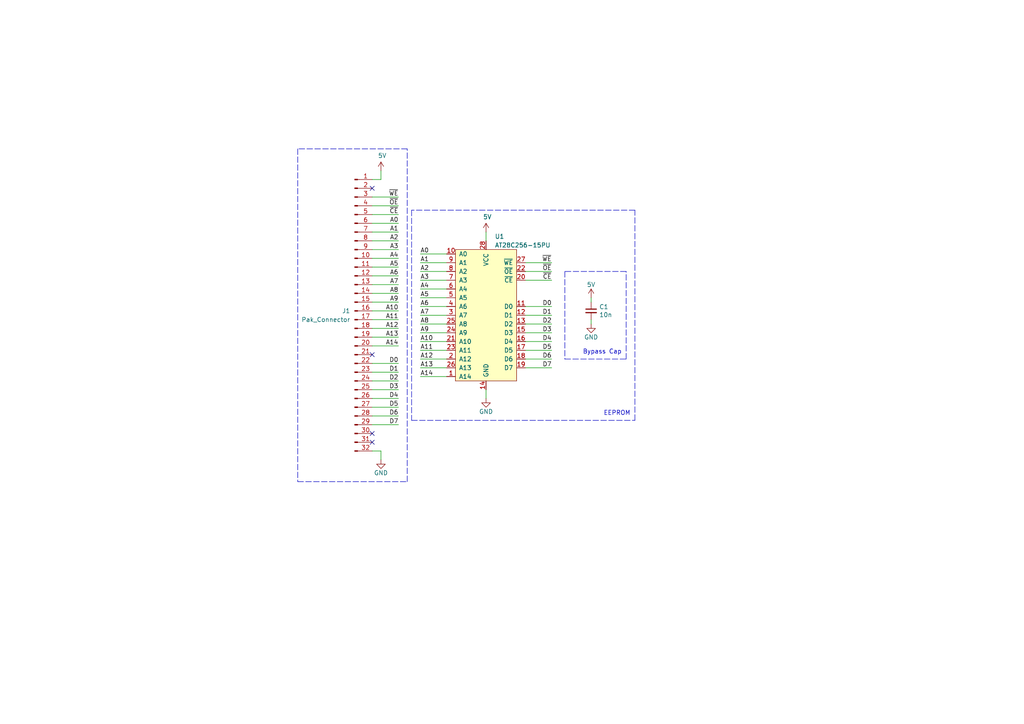
<source format=kicad_sch>
(kicad_sch (version 20211123) (generator eeschema)
  (paper "A4")
  (title_block (title "Gameboy Cartridge") (rev "1.0") (company "Henry Franks"))
  (lib_symbols
    (symbol "GB:5V" (power) (pin_names (offset 0))
      (property "Value" "5V" (at 0 3.556 0))
      (symbol "5V_0_1"
        (polyline (pts (xy -0.762 1.27) (xy 0 2.54)))
        (polyline (pts (xy 0 0) (xy 0 2.54)))
        (polyline (pts (xy 0 2.54) (xy 0.762 1.27)))
      )
      (symbol "5V_1_1"
        (pin power_in line (at 0 0 90) (length 0) hide (name "5V") (number "1"))
      )
    )
    (symbol "GB:AT28C256-15PU" (pin_names (offset 1.016))
      (property "Reference" "U" (at 2.54 22.86 0))
      (property "Value" "AT28C256-15PU" (at 2.54 20.32 0))
      (symbol "AT28C256-15PU_0_1"
        (rectangle (start -8.89 19.05) (end 8.89 -19.05) (fill (type background)))
      )
      (symbol "AT28C256-15PU_1_1"
        (pin input line (at -11.43 -17.78 0) (length 2.54) (name "A14") (number "1"))
        (pin input line (at -11.43 17.78 0) (length 2.54) (name "A0") (number "10"))
        (pin tri_state line (at 11.43 2.54 180) (length 2.54) (name "D0") (number "11"))
        (pin tri_state line (at 11.43 0 180) (length 2.54) (name "D1") (number "12"))
        (pin tri_state line (at 11.43 -2.54 180) (length 2.54) (name "D2") (number "13"))
        (pin power_in line (at 0 -21.59 90) (length 2.54) (name "GND") (number "14"))
        (pin tri_state line (at 11.43 -5.08 180) (length 2.54) (name "D3") (number "15"))
        (pin tri_state line (at 11.43 -7.62 180) (length 2.54) (name "D4") (number "16"))
        (pin tri_state line (at 11.43 -10.16 180) (length 2.54) (name "D5") (number "17"))
        (pin tri_state line (at 11.43 -12.7 180) (length 2.54) (name "D6") (number "18"))
        (pin tri_state line (at 11.43 -15.24 180) (length 2.54) (name "D7") (number "19"))
        (pin input line (at -11.43 -12.7 0) (length 2.54) (name "A12") (number "2"))
        (pin input line (at 11.43 10.16 180) (length 2.54) (name "~{CE}") (number "20"))
        (pin input line (at -11.43 -7.62 0) (length 2.54) (name "A10") (number "21"))
        (pin input line (at 11.43 12.7 180) (length 2.54) (name "~{OE}") (number "22"))
        (pin input line (at -11.43 -10.16 0) (length 2.54) (name "A11") (number "23"))
        (pin input line (at -11.43 -5.08 0) (length 2.54) (name "A9") (number "24"))
        (pin input line (at -11.43 -2.54 0) (length 2.54) (name "A8") (number "25"))
        (pin input line (at -11.43 -15.24 0) (length 2.54) (name "A13") (number "26"))
        (pin input line (at 11.43 15.24 180) (length 2.54) (name "~{WE}") (number "27"))
        (pin power_in line (at 0 21.59 270) (length 2.54) (name "VCC") (number "28"))
        (pin input line (at -11.43 0 0) (length 2.54) (name "A7") (number "3"))
        (pin input line (at -11.43 2.54 0) (length 2.54) (name "A6") (number "4"))
        (pin input line (at -11.43 5.08 0) (length 2.54) (name "A5") (number "5"))
        (pin input line (at -11.43 7.62 0) (length 2.54) (name "A4") (number "6"))
        (pin input line (at -11.43 10.16 0) (length 2.54) (name "A3") (number "7"))
        (pin input line (at -11.43 12.7 0) (length 2.54) (name "A2") (number "8"))
        (pin input line (at -11.43 15.24 0) (length 2.54) (name "A1") (number "9"))
      )
    )
    (symbol "GB:C" (pin_numbers hide) (pin_names (offset 0.254) hide)
      (property "Reference" "C" (at 0.254 1.778 0))
      (property "Value" "C" (at 0.254 -2.032 0))
      (symbol "C_0_1"
        (polyline (pts (xy -1.524 -0.508) (xy 1.524 -0.508)) (stroke (width 0.3302)))
        (polyline (pts (xy -1.524 0.508) (xy 1.524 0.508)) (stroke (width 0.3048)))
      )
      (symbol "C_1_1"
        (pin passive line (at 0 2.54 270) (length 2.032) (name "~") (number "1"))
        (pin passive line (at 0 -2.54 90) (length 2.032) (name "~") (number "2"))
      )
    )
    (symbol "GB:GND" (power) (pin_names (offset 0))
      (property "Value" "GND" (at 0 -3.81 0))
      (symbol "GND_0_1"
        (polyline (pts (xy 0 0) (xy 0 -1.27) (xy 1.27 -1.27) (xy 0 -2.54) (xy -1.27 -1.27) (xy 0 -1.27)))
      )
      (symbol "GND_1_1"
        (pin power_in line (at 0 0 270) (length 0) hide (name "GND") (number "1"))
      )
    )
    (symbol "GB:Pak_Connector" (pin_names (offset 1.016) hide)
      (property "Reference" "J" (at 0 40.64 0))
      (property "Value" "Pak_Connector" (at 0 -43.18 0))
      (symbol "Pak_Connector_1_1"
        (polyline (pts (xy 1.27 -40.64) (xy 0.8636 -40.64)) (stroke (width 0.1524)))
        (polyline (pts (xy 1.27 -38.1) (xy 0.8636 -38.1)) (stroke (width 0.1524)))
        (polyline (pts (xy 1.27 -35.56) (xy 0.8636 -35.56)) (stroke (width 0.1524)))
        (polyline (pts (xy 1.27 -33.02) (xy 0.8636 -33.02)) (stroke (width 0.1524)))
        (polyline (pts (xy 1.27 -30.48) (xy 0.8636 -30.48)) (stroke (width 0.1524)))
        (polyline (pts (xy 1.27 -27.94) (xy 0.8636 -27.94)) (stroke (width 0.1524)))
        (polyline (pts (xy 1.27 -25.4) (xy 0.8636 -25.4)) (stroke (width 0.1524)))
        (polyline (pts (xy 1.27 -22.86) (xy 0.8636 -22.86)) (stroke (width 0.1524)))
        (polyline (pts (xy 1.27 -20.32) (xy 0.8636 -20.32)) (stroke (width 0.1524)))
        (polyline (pts (xy 1.27 -17.78) (xy 0.8636 -17.78)) (stroke (width 0.1524)))
        (polyline (pts (xy 1.27 -15.24) (xy 0.8636 -15.24)) (stroke (width 0.1524)))
        (polyline (pts (xy 1.27 -12.7) (xy 0.8636 -12.7)) (stroke (width 0.1524)))
        (polyline (pts (xy 1.27 -10.16) (xy 0.8636 -10.16)) (stroke (width 0.1524)))
        (polyline (pts (xy 1.27 -7.62) (xy 0.8636 -7.62)) (stroke (width 0.1524)))
        (polyline (pts (xy 1.27 -5.08) (xy 0.8636 -5.08)) (stroke (width 0.1524)))
        (polyline (pts (xy 1.27 -2.54) (xy 0.8636 -2.54)) (stroke (width 0.1524)))
        (polyline (pts (xy 1.27 0) (xy 0.8636 0)) (stroke (width 0.1524)))
        (polyline (pts (xy 1.27 2.54) (xy 0.8636 2.54)) (stroke (width 0.1524)))
        (polyline (pts (xy 1.27 5.08) (xy 0.8636 5.08)) (stroke (width 0.1524)))
        (polyline (pts (xy 1.27 7.62) (xy 0.8636 7.62)) (stroke (width 0.1524)))
        (polyline (pts (xy 1.27 10.16) (xy 0.8636 10.16)) (stroke (width 0.1524)))
        (polyline (pts (xy 1.27 12.7) (xy 0.8636 12.7)) (stroke (width 0.1524)))
        (polyline (pts (xy 1.27 15.24) (xy 0.8636 15.24)) (stroke (width 0.1524)))
        (polyline (pts (xy 1.27 17.78) (xy 0.8636 17.78)) (stroke (width 0.1524)))
        (polyline (pts (xy 1.27 20.32) (xy 0.8636 20.32)) (stroke (width 0.1524)))
        (polyline (pts (xy 1.27 22.86) (xy 0.8636 22.86)) (stroke (width 0.1524)))
        (polyline (pts (xy 1.27 25.4) (xy 0.8636 25.4)) (stroke (width 0.1524)))
        (polyline (pts (xy 1.27 27.94) (xy 0.8636 27.94)) (stroke (width 0.1524)))
        (polyline (pts (xy 1.27 30.48) (xy 0.8636 30.48)) (stroke (width 0.1524)))
        (polyline (pts (xy 1.27 33.02) (xy 0.8636 33.02)) (stroke (width 0.1524)))
        (polyline (pts (xy 1.27 35.56) (xy 0.8636 35.56)) (stroke (width 0.1524)))
        (polyline (pts (xy 1.27 38.1) (xy 0.8636 38.1)) (stroke (width 0.1524)))
        (rectangle (start 0.8636 -40.513) (end 0 -40.767) (stroke (width 0.1524)) (fill (type outline)))
        (rectangle (start 0.8636 -37.973) (end 0 -38.227) (stroke (width 0.1524)) (fill (type outline)))
        (rectangle (start 0.8636 -35.433) (end 0 -35.687) (stroke (width 0.1524)) (fill (type outline)))
        (rectangle (start 0.8636 -32.893) (end 0 -33.147) (stroke (width 0.1524)) (fill (type outline)))
        (rectangle (start 0.8636 -30.353) (end 0 -30.607) (stroke (width 0.1524)) (fill (type outline)))
        (rectangle (start 0.8636 -27.813) (end 0 -28.067) (stroke (width 0.1524)) (fill (type outline)))
        (rectangle (start 0.8636 -25.273) (end 0 -25.527) (stroke (width 0.1524)) (fill (type outline)))
        (rectangle (start 0.8636 -22.733) (end 0 -22.987) (stroke (width 0.1524)) (fill (type outline)))
        (rectangle (start 0.8636 -20.193) (end 0 -20.447) (stroke (width 0.1524)) (fill (type outline)))
        (rectangle (start 0.8636 -17.653) (end 0 -17.907) (stroke (width 0.1524)) (fill (type outline)))
        (rectangle (start 0.8636 -15.113) (end 0 -15.367) (stroke (width 0.1524)) (fill (type outline)))
        (rectangle (start 0.8636 -12.573) (end 0 -12.827) (stroke (width 0.1524)) (fill (type outline)))
        (rectangle (start 0.8636 -10.033) (end 0 -10.287) (stroke (width 0.1524)) (fill (type outline)))
        (rectangle (start 0.8636 -7.493) (end 0 -7.747) (stroke (width 0.1524)) (fill (type outline)))
        (rectangle (start 0.8636 -4.953) (end 0 -5.207) (stroke (width 0.1524)) (fill (type outline)))
        (rectangle (start 0.8636 -2.413) (end 0 -2.667) (stroke (width 0.1524)) (fill (type outline)))
        (rectangle (start 0.8636 0.127) (end 0 -0.127) (stroke (width 0.1524)) (fill (type outline)))
        (rectangle (start 0.8636 2.667) (end 0 2.413) (stroke (width 0.1524)) (fill (type outline)))
        (rectangle (start 0.8636 5.207) (end 0 4.953) (stroke (width 0.1524)) (fill (type outline)))
        (rectangle (start 0.8636 7.747) (end 0 7.493) (stroke (width 0.1524)) (fill (type outline)))
        (rectangle (start 0.8636 10.287) (end 0 10.033) (stroke (width 0.1524)) (fill (type outline)))
        (rectangle (start 0.8636 12.827) (end 0 12.573) (stroke (width 0.1524)) (fill (type outline)))
        (rectangle (start 0.8636 15.367) (end 0 15.113) (stroke (width 0.1524)) (fill (type outline)))
        (rectangle (start 0.8636 17.907) (end 0 17.653) (stroke (width 0.1524)) (fill (type outline)))
        (rectangle (start 0.8636 20.447) (end 0 20.193) (stroke (width 0.1524)) (fill (type outline)))
        (rectangle (start 0.8636 22.987) (end 0 22.733) (stroke (width 0.1524)) (fill (type outline)))
        (rectangle (start 0.8636 25.527) (end 0 25.273) (stroke (width 0.1524)) (fill (type outline)))
        (rectangle (start 0.8636 28.067) (end 0 27.813) (stroke (width 0.1524)) (fill (type outline)))
        (rectangle (start 0.8636 30.607) (end 0 30.353) (stroke (width 0.1524)) (fill (type outline)))
        (rectangle (start 0.8636 33.147) (end 0 32.893) (stroke (width 0.1524)) (fill (type outline)))
        (rectangle (start 0.8636 35.687) (end 0 35.433) (stroke (width 0.1524)) (fill (type outline)))
        (rectangle (start 0.8636 38.227) (end 0 37.973) (stroke (width 0.1524)) (fill (type outline)))
        (pin passive line (at 5.08 38.1 180) (length 3.81) (name "Pin_1") (number "1"))
        (pin passive line (at 5.08 15.24 180) (length 3.81) (name "Pin_10") (number "10"))
        (pin passive line (at 5.08 12.7 180) (length 3.81) (name "Pin_11") (number "11"))
        (pin passive line (at 5.08 10.16 180) (length 3.81) (name "Pin_12") (number "12"))
        (pin passive line (at 5.08 7.62 180) (length 3.81) (name "Pin_13") (number "13"))
        (pin passive line (at 5.08 5.08 180) (length 3.81) (name "Pin_14") (number "14"))
        (pin passive line (at 5.08 2.54 180) (length 3.81) (name "Pin_15") (number "15"))
        (pin passive line (at 5.08 0 180) (length 3.81) (name "Pin_16") (number "16"))
        (pin passive line (at 5.08 -2.54 180) (length 3.81) (name "Pin_17") (number "17"))
        (pin passive line (at 5.08 -5.08 180) (length 3.81) (name "Pin_18") (number "18"))
        (pin passive line (at 5.08 -7.62 180) (length 3.81) (name "Pin_19") (number "19"))
        (pin passive line (at 5.08 35.56 180) (length 3.81) (name "Pin_2") (number "2"))
        (pin passive line (at 5.08 -10.16 180) (length 3.81) (name "Pin_20") (number "20"))
        (pin passive line (at 5.08 -12.7 180) (length 3.81) (name "Pin_21") (number "21"))
        (pin passive line (at 5.08 -15.24 180) (length 3.81) (name "Pin_22") (number "22"))
        (pin passive line (at 5.08 -17.78 180) (length 3.81) (name "Pin_23") (number "23"))
        (pin passive line (at 5.08 -20.32 180) (length 3.81) (name "Pin_24") (number "24"))
        (pin passive line (at 5.08 -22.86 180) (length 3.81) (name "Pin_25") (number "25"))
        (pin passive line (at 5.08 -25.4 180) (length 3.81) (name "Pin_26") (number "26"))
        (pin passive line (at 5.08 -27.94 180) (length 3.81) (name "Pin_27") (number "27"))
        (pin passive line (at 5.08 -30.48 180) (length 3.81) (name "Pin_28") (number "28"))
        (pin passive line (at 5.08 -33.02 180) (length 3.81) (name "Pin_29") (number "29"))
        (pin passive line (at 5.08 33.02 180) (length 3.81) (name "Pin_3") (number "3"))
        (pin passive line (at 5.08 -35.56 180) (length 3.81) (name "Pin_30") (number "30"))
        (pin passive line (at 5.08 -38.1 180) (length 3.81) (name "Pin_31") (number "31"))
        (pin passive line (at 5.08 -40.64 180) (length 3.81) (name "Pin_32") (number "32"))
        (pin passive line (at 5.08 30.48 180) (length 3.81) (name "Pin_4") (number "4"))
        (pin passive line (at 5.08 27.94 180) (length 3.81) (name "Pin_5") (number "5"))
        (pin passive line (at 5.08 25.4 180) (length 3.81) (name "Pin_6") (number "6"))
        (pin passive line (at 5.08 22.86 180) (length 3.81) (name "Pin_7") (number "7"))
        (pin passive line (at 5.08 20.32 180) (length 3.81) (name "Pin_8") (number "8"))
        (pin passive line (at 5.08 17.78 180) (length 3.81) (name "Pin_9") (number "9"))
      )
    )
  )
  (no_connect (at 107.95 125.73))
  (no_connect (at 107.95 102.87))
  (no_connect (at 107.95 128.27))
  (no_connect (at 107.95 54.61))
  (wire (pts (xy 171.45 86.36) (xy 171.45 87.63)))
  (wire (pts (xy 129.54 73.66) (xy 121.92 73.66)))
  (polyline (pts (xy 119.38 121.92) (xy 184.15 121.92)))
  (wire (pts (xy 115.57 118.11) (xy 107.95 118.11)))
  (wire (pts (xy 160.02 101.6) (xy 152.4 101.6)))
  (polyline (pts (xy 184.15 60.96) (xy 119.38 60.96)))
  (wire (pts (xy 107.95 100.33) (xy 115.57 100.33)))
  (wire (pts (xy 160.02 104.14) (xy 152.4 104.14)))
  (polyline (pts (xy 184.15 121.92) (xy 184.15 60.96)))
  (wire (pts (xy 129.54 81.28) (xy 121.92 81.28)))
  (wire (pts (xy 129.54 93.98) (xy 121.92 93.98)))
  (wire (pts (xy 107.95 107.95) (xy 115.57 107.95)))
  (wire (pts (xy 160.02 81.28) (xy 152.4 81.28)))
  (wire (pts (xy 152.4 78.74) (xy 160.02 78.74)))
  (polyline (pts (xy 119.38 60.96) (xy 119.38 121.92)))
  (wire (pts (xy 107.95 80.01) (xy 115.57 80.01)))
  (polyline (pts (xy 86.36 43.18) (xy 86.36 139.7)))
  (wire (pts (xy 140.97 113.03) (xy 140.97 115.57)))
  (wire (pts (xy 152.4 88.9) (xy 160.02 88.9)))
  (wire (pts (xy 115.57 120.65) (xy 107.95 120.65)))
  (wire (pts (xy 129.54 86.36) (xy 121.92 86.36)))
  (wire (pts (xy 115.57 113.03) (xy 107.95 113.03)))
  (wire (pts (xy 107.95 52.07) (xy 110.49 52.07)))
  (wire (pts (xy 107.95 77.47) (xy 115.57 77.47)))
  (wire (pts (xy 107.95 69.85) (xy 115.57 69.85)))
  (polyline (pts (xy 163.83 78.74) (xy 163.83 104.14)))
  (wire (pts (xy 107.95 105.41) (xy 115.57 105.41)))
  (wire (pts (xy 129.54 101.6) (xy 121.92 101.6)))
  (wire (pts (xy 107.95 87.63) (xy 115.57 87.63)))
  (wire (pts (xy 129.54 99.06) (xy 121.92 99.06)))
  (wire (pts (xy 160.02 99.06) (xy 152.4 99.06)))
  (wire (pts (xy 115.57 97.79) (xy 107.95 97.79)))
  (wire (pts (xy 107.95 95.25) (xy 115.57 95.25)))
  (wire (pts (xy 129.54 109.22) (xy 121.92 109.22)))
  (wire (pts (xy 115.57 110.49) (xy 107.95 110.49)))
  (wire (pts (xy 129.54 104.14) (xy 121.92 104.14)))
  (wire (pts (xy 115.57 115.57) (xy 107.95 115.57)))
  (wire (pts (xy 160.02 96.52) (xy 152.4 96.52)))
  (wire (pts (xy 129.54 78.74) (xy 121.92 78.74)))
  (wire (pts (xy 152.4 76.2) (xy 160.02 76.2)))
  (polyline (pts (xy 118.11 43.18) (xy 86.36 43.18)))
  (polyline (pts (xy 163.83 104.14) (xy 181.61 104.14)))
  (wire (pts (xy 129.54 106.68) (xy 121.92 106.68)))
  (wire (pts (xy 129.54 83.82) (xy 121.92 83.82)))
  (wire (pts (xy 129.54 91.44) (xy 121.92 91.44)))
  (polyline (pts (xy 181.61 104.14) (xy 181.61 78.74)))
  (wire (pts (xy 129.54 76.2) (xy 121.92 76.2)))
  (wire (pts (xy 107.95 59.69) (xy 115.57 59.69)))
  (wire (pts (xy 107.95 57.15) (xy 115.57 57.15)))
  (wire (pts (xy 129.54 88.9) (xy 121.92 88.9)))
  (wire (pts (xy 110.49 133.35) (xy 110.49 130.81)))
  (wire (pts (xy 115.57 74.93) (xy 107.95 74.93)))
  (wire (pts (xy 115.57 82.55) (xy 107.95 82.55)))
  (wire (pts (xy 140.97 67.31) (xy 140.97 69.85)))
  (wire (pts (xy 171.45 92.71) (xy 171.45 93.98)))
  (wire (pts (xy 115.57 62.23) (xy 107.95 62.23)))
  (wire (pts (xy 107.95 64.77) (xy 115.57 64.77)))
  (polyline (pts (xy 118.11 139.7) (xy 118.11 43.18)))
  (wire (pts (xy 115.57 123.19) (xy 107.95 123.19)))
  (wire (pts (xy 160.02 106.68) (xy 152.4 106.68)))
  (polyline (pts (xy 181.61 78.74) (xy 163.83 78.74)))
  (wire (pts (xy 110.49 130.81) (xy 107.95 130.81)))
  (wire (pts (xy 107.95 72.39) (xy 115.57 72.39)))
  (wire (pts (xy 107.95 92.71) (xy 115.57 92.71)))
  (polyline (pts (xy 86.36 139.7) (xy 118.11 139.7)))
  (wire (pts (xy 115.57 90.17) (xy 107.95 90.17)))
  (wire (pts (xy 129.54 96.52) (xy 121.92 96.52)))
  (wire (pts (xy 115.57 67.31) (xy 107.95 67.31)))
  (wire (pts (xy 107.95 85.09) (xy 115.57 85.09)))
  (wire (pts (xy 110.49 52.07) (xy 110.49 49.53)))
  (wire (pts (xy 152.4 91.44) (xy 160.02 91.44)))
  (wire (pts (xy 160.02 93.98) (xy 152.4 93.98)))
  (text "EEPROM" (at 182.88 120.65 180) (effects (font (size 1.27 1.27)) (justify right bottom)))
  (text "Bypass Cap" (at 180.34 102.87 180) (effects (font (size 1.27 1.27)) (justify right bottom)))
  (label "D2" (at 115.57 110.49 180))
  (label "D5" (at 160.02 101.6 180))
  (label "D3" (at 160.02 96.52 180))
  (label "A9" (at 121.92 96.52 0))
  (label "A7" (at 115.57 82.55 180))
  (label "D2" (at 160.02 93.98 180))
  (label "A1" (at 121.92 76.2 0))
  (label "A5" (at 115.57 77.47 180))
  (label "A4" (at 121.92 83.82 0))
  (label "D1" (at 115.57 107.95 180))
  (label "A14" (at 121.92 109.22 0))
  (label "A5" (at 121.92 86.36 0))
  (label "D6" (at 160.02 104.14 180))
  (label "A9" (at 115.57 87.63 180))
  (label "A2" (at 121.92 78.74 0))
  (label "A3" (at 115.57 72.39 180))
  (label "A11" (at 115.57 92.71 180))
  (label "~{WE}" (at 160.02 76.2 180))
  (label "~{CE}" (at 160.02 81.28 180))
  (label "~{OE}" (at 115.57 59.69 180))
  (label "D7" (at 115.57 123.19 180))
  (label "A13" (at 121.92 106.68 0))
  (label "A1" (at 115.57 67.31 180))
  (label "~{CE}" (at 115.57 62.23 180))
  (label "A0" (at 115.57 64.77 180))
  (label "A6" (at 115.57 80.01 180))
  (label "A10" (at 115.57 90.17 180))
  (label "A10" (at 121.92 99.06 0))
  (label "A2" (at 115.57 69.85 180))
  (label "A8" (at 115.57 85.09 180))
  (label "A8" (at 121.92 93.98 0))
  (label "D1" (at 160.02 91.44 180))
  (label "A7" (at 121.92 91.44 0))
  (label "D4" (at 115.57 115.57 180))
  (label "D6" (at 115.57 120.65 180))
  (label "A4" (at 115.57 74.93 180))
  (label "~{OE}" (at 160.02 78.74 180))
  (label "A0" (at 121.92 73.66 0))
  (label "A13" (at 115.57 97.79 180))
  (label "A6" (at 121.92 88.9 0))
  (label "A12" (at 121.92 104.14 0))
  (label "D5" (at 115.57 118.11 180))
  (label "A3" (at 121.92 81.28 0))
  (label "D0" (at 160.02 88.9 180))
  (label "A11" (at 121.92 101.6 0))
  (label "D7" (at 160.02 106.68 180))
  (label "A12" (at 115.57 95.25 180))
  (label "A14" (at 115.57 100.33 180))
  (label "D3" (at 115.57 113.03 180))
  (label "~{WE}" (at 115.57 57.15 180))
  (label "D0" (at 115.57 105.41 180))
  (label "D4" (at 160.02 99.06 180))
  (symbol (lib_id "GB:Pak_Connector") (at 102.87 90.17 0) (unit 1)
    (property "Reference" "J1" (at 101.6 90.17 0) (effects (justify right)))
    (property "Value" "Pak_Connector" (at 101.6 92.71 0) (effects (justify right)))
    (property "Footprint" "GB:Pak_Connector" (effects hide))
  )
  (symbol (lib_id "GB:GND") (at 110.49 133.35 0) (unit 1)
    (property "Reference" "#PWR02" (effects hide))
    (property "Value" "GND" (at 110.49 137.16 0))
  )
  (symbol (lib_id "GB:GND") (at 140.97 115.57 0) (unit 1)
    (property "Reference" "#PWR04" (effects hide))
    (property "Value" "GND" (at 140.97 119.38 0))
  )
  (symbol (lib_id "GB:5V") (at 171.45 86.36 0) (unit 1)
    (property "Reference" "#PWR05" (effects hide))
    (property "Value" "5V" (at 171.45 82.55 0))
  )
  (symbol (lib_id "GB:GND") (at 171.45 93.98 0) (unit 1)
    (property "Reference" "#PWR06" (effects hide))
    (property "Value" "GND" (at 171.45 97.79 0))
  )
  (symbol (lib_id "GB:AT28C256-15PU") (at 140.97 91.44 0) (unit 1)
    (property "Reference" "U1" (at 143.51 68.58 0) (effects (justify left)))
    (property "Value" "AT28C256-15PU" (at 143.51 71.12 0) (effects (justify left)))
    (property "Footprint" "GB:DIP_Socket_28" (effects hide))
    (property "Datasheet" "http://ww1.microchip.com/downloads/en/DeviceDoc/doc0006.pdf" (effects hide))
  )
  (symbol (lib_id "GB:C") (at 171.45 90.17 0) (unit 1)
    (property "Reference" "C1" (at 173.7868 89.0016 0) (effects (justify left)))
    (property "Value" "10n" (at 173.7868 91.313 0) (effects (justify left)))
    (property "Footprint" "GB:C_0805" (effects hide))
  )
  (symbol (lib_id "GB:5V") (at 110.49 49.53 0) (unit 1)
    (property "Reference" "#PWR?" (effects hide))
    (property "Value" "5V" (at 110.871 45.1358 0))
  )
  (symbol (lib_id "GB:5V") (at 140.97 67.31 0) (unit 1)
    (property "Reference" "#PWR?" (effects hide))
    (property "Value" "5V" (at 141.351 62.9158 0))
  )
)
</source>
